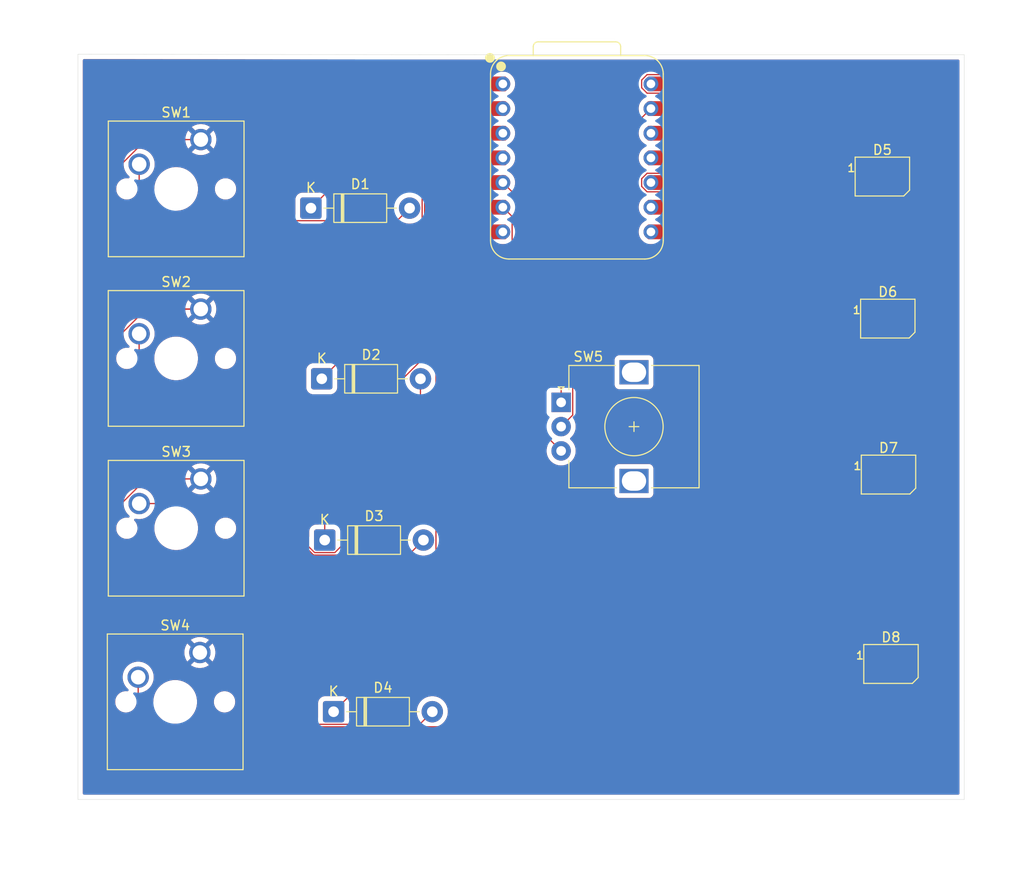
<source format=kicad_pcb>
(kicad_pcb (version 20241229) (generator "pcbnew") (generator_version "9.0")
  (layers (0 "F.Cu" signal "Front") (4 "In1.Cu" signal) (6 "In2.Cu" signal) (2 "B.Cu" signal "Back") (13 "F.Paste" user) (15 "B.Paste" user) (5 "F.SilkS" user "F.Silkscreen") (7 "B.SilkS" user "B.Silkscreen") (1 "F.Mask" user) (3 "B.Mask" user) (25 "Edge.Cuts" user))
  (net 0 "")
  (net 1 "Net-(D1-A)")
  (net 2 "Net-(D1-K)")
  (net 3 "Net-(D2-A)")
  (net 4 "Net-(D2-K)")
  (net 5 "Net-(D3-A)")
  (net 6 "Net-(D3-K)")
  (net 7 "Net-(D4-A)")
  (net 8 "Net-(D4-K)")
  (net 9 "Net-(D5-DOUT)")
  (net 10 "GND")
  (net 11 "Net-(D5-DIN)")
  (net 12 "+5V")
  (net 13 "Net-(D6-DOUT)")
  (net 14 "Net-(D7-DOUT)")
  (net 16 "Net-(U1-GND)")
  (net 17 "Net-(U1-GPIO7{slash}SCL)")
  (net 18 "Net-(U1-GPIO6{slash}SDA)")
  (footprint "Diode_THT:D_DO-41_SOD81_P10.16mm_Horizontal" (layer "F.Cu") (at 153.8732 79.0956)
    (property "Reference" "D2" (at 5.08 -2.47 0) (layer "F.SilkS"))
    (property "Value" "1N4148")
    (fp_line (start 1.34 0) (end 2.36 0) (stroke (width 0.12)) (layer "F.SilkS"))
    (fp_line (start 3.14 -1.47) (end 3.14 1.47) (stroke (width 0.12)) (layer "F.SilkS"))
    (fp_line (start 3.26 -1.47) (end 3.26 1.47) (stroke (width 0.12)) (layer "F.SilkS"))
    (fp_line (start 3.38 -1.47) (end 3.38 1.47) (stroke (width 0.12)) (layer "F.SilkS"))
    (fp_line (start 8.82 0) (end 7.8 0) (stroke (width 0.12)) (layer "F.SilkS"))
    (fp_rect (start 2.36 -1.47) (end 7.8 1.47) (stroke (width 0.12)) (fill no) (layer "F.SilkS"))
    (fp_text user "K" (at 0 -2.1 0) (layer "F.SilkS"))
    (pad "1" thru_hole roundrect (at 0 0) (size 2.2 2.2) (drill 1.1) (layers "*.Cu" "*.Mask") (roundrect_rratio 0.113636) (net 4 "Net-(D2-K)"))
    (pad "2" thru_hole circle (at 10.16 0) (size 2.2 2.2) (drill 1.1) (layers "*.Cu" "*.Mask") (net 3 "Net-(D2-A)"))
  )
  (footprint "LED_SMD:LED_SK6812MINI_PLCC4_3.5x3.5mm_P1.75mm" (layer "F.Cu") (at 212.4684 108.4694)
    (property "Reference" "D8" (at 0 -2.75 0) (layer "F.SilkS"))
    (property "Value" "SK6812MINI")
    (fp_line (start -2.8 -2) (end -2.8 2) (stroke (width 0.12)) (layer "F.SilkS"))
    (fp_line (start -2.8 -2) (end 2.8 -2) (stroke (width 0.12)) (layer "F.SilkS"))
    (fp_line (start -2.8 2) (end 2.2 2) (stroke (width 0.12)) (layer "F.SilkS"))
    (fp_line (start 2.8 1.4) (end 2.2 2) (stroke (width 0.12)) (layer "F.SilkS"))
    (fp_line (start 2.8 1.4) (end 2.8 -2) (stroke (width 0.12)) (layer "F.SilkS"))
    (fp_text user "1" (at -3.2 -0.875 0) (layer "F.SilkS") (effects (font (size 0.8 0.8))))
    (pad "1" smd rect (at -1.75 -0.875) (size 1.6 0.85) (layers "F.Cu" "F.Mask" "F.Paste"))
    (pad "2" smd rect (at -1.75 0.875) (size 1.6 0.85) (layers "F.Cu" "F.Mask" "F.Paste") (net 10 "GND"))
    (pad "3" smd rect (at 1.75 0.875) (size 1.6 0.85) (layers "F.Cu" "F.Mask" "F.Paste") (net 14 "Net-(D7-DOUT)"))
    (pad "4" smd rect (at 1.75 -0.875) (size 1.6 0.85) (layers "F.Cu" "F.Mask" "F.Paste") (net 12 "+5V"))
  )
  (footprint "Diode_THT:D_DO-41_SOD81_P10.16mm_Horizontal" (layer "F.Cu") (at 152.7556 61.5188)
    (property "Reference" "D1" (at 5.08 -2.47 0) (layer "F.SilkS"))
    (property "Value" "1N4148")
    (fp_line (start 1.34 0) (end 2.36 0) (stroke (width 0.12)) (layer "F.SilkS"))
    (fp_line (start 3.14 -1.47) (end 3.14 1.47) (stroke (width 0.12)) (layer "F.SilkS"))
    (fp_line (start 3.26 -1.47) (end 3.26 1.47) (stroke (width 0.12)) (layer "F.SilkS"))
    (fp_line (start 3.38 -1.47) (end 3.38 1.47) (stroke (width 0.12)) (layer "F.SilkS"))
    (fp_line (start 8.82 0) (end 7.8 0) (stroke (width 0.12)) (layer "F.SilkS"))
    (fp_rect (start 2.36 -1.47) (end 7.8 1.47) (stroke (width 0.12)) (fill no) (layer "F.SilkS"))
    (fp_text user "K" (at 0 -2.1 0) (layer "F.SilkS"))
    (pad "1" thru_hole roundrect (at 0 0) (size 2.2 2.2) (drill 1.1) (layers "*.Cu" "*.Mask") (roundrect_rratio 0.113636) (net 2 "Net-(D1-K)"))
    (pad "2" thru_hole circle (at 10.16 0) (size 2.2 2.2) (drill 1.1) (layers "*.Cu" "*.Mask") (net 1 "Net-(D1-A)"))
  )
  (footprint "Button_Switch_Keyboard:SW_Cherry_MX_1.00u_PCB" (layer "F.Cu") (at 141.4272 54.4576)
    (property "Reference" "SW1" (at -2.54 -2.794 0) (layer "F.SilkS"))
    (property "Value" "SW_Push")
    (fp_line (start -9.525 -1.905) (end 4.445 -1.905) (stroke (width 0.12)) (layer "F.SilkS"))
    (fp_line (start -9.525 12.065) (end -9.525 -1.905) (stroke (width 0.12)) (layer "F.SilkS"))
    (fp_line (start 4.445 -1.905) (end 4.445 12.065) (stroke (width 0.12)) (layer "F.SilkS"))
    (fp_line (start 4.445 12.065) (end -9.525 12.065) (stroke (width 0.12)) (layer "F.SilkS"))
    (pad "" np_thru_hole circle (at -7.62 5.08) (size 1.7 1.7) (drill 1.7) (layers "*.Cu" "*.Mask"))
    (pad "" np_thru_hole circle (at -2.54 5.08) (size 4 4) (drill 4) (layers "*.Cu" "*.Mask"))
    (pad "" np_thru_hole circle (at 2.54 5.08) (size 1.7 1.7) (drill 1.7) (layers "*.Cu" "*.Mask"))
    (pad "1" thru_hole circle (at 0 0) (size 2.2 2.2) (drill 1.5) (layers "*.Cu" "*.Mask") (net 10 "GND"))
    (pad "2" thru_hole circle (at -6.35 2.54) (size 2.2 2.2) (drill 1.5) (layers "*.Cu" "*.Mask") (net 1 "Net-(D1-A)"))
  )
  (footprint "Button_Switch_Keyboard:SW_Cherry_MX_1.00u_PCB" (layer "F.Cu") (at 141.3256 107.2896)
    (property "Reference" "SW4" (at -2.54 -2.794 0) (layer "F.SilkS"))
    (property "Value" "SW_Push")
    (fp_line (start -9.525 -1.905) (end 4.445 -1.905) (stroke (width 0.12)) (layer "F.SilkS"))
    (fp_line (start -9.525 12.065) (end -9.525 -1.905) (stroke (width 0.12)) (layer "F.SilkS"))
    (fp_line (start 4.445 -1.905) (end 4.445 12.065) (stroke (width 0.12)) (layer "F.SilkS"))
    (fp_line (start 4.445 12.065) (end -9.525 12.065) (stroke (width 0.12)) (layer "F.SilkS"))
    (pad "" np_thru_hole circle (at -7.62 5.08) (size 1.7 1.7) (drill 1.7) (layers "*.Cu" "*.Mask"))
    (pad "" np_thru_hole circle (at -2.54 5.08) (size 4 4) (drill 4) (layers "*.Cu" "*.Mask"))
    (pad "" np_thru_hole circle (at 2.54 5.08) (size 1.7 1.7) (drill 1.7) (layers "*.Cu" "*.Mask"))
    (pad "1" thru_hole circle (at 0 0) (size 2.2 2.2) (drill 1.5) (layers "*.Cu" "*.Mask") (net 10 "GND"))
    (pad "2" thru_hole circle (at -6.35 2.54) (size 2.2 2.2) (drill 1.5) (layers "*.Cu" "*.Mask") (net 7 "Net-(D4-A)"))
  )
  (footprint "Button_Switch_Keyboard:SW_Cherry_MX_1.00u_PCB" (layer "F.Cu") (at 141.422 71.9168)
    (property "Reference" "SW2" (at -2.54 -2.794 0) (layer "F.SilkS"))
    (property "Value" "SW_Push")
    (fp_line (start -9.525 -1.905) (end 4.445 -1.905) (stroke (width 0.12)) (layer "F.SilkS"))
    (fp_line (start -9.525 12.065) (end -9.525 -1.905) (stroke (width 0.12)) (layer "F.SilkS"))
    (fp_line (start 4.445 -1.905) (end 4.445 12.065) (stroke (width 0.12)) (layer "F.SilkS"))
    (fp_line (start 4.445 12.065) (end -9.525 12.065) (stroke (width 0.12)) (layer "F.SilkS"))
    (pad "" np_thru_hole circle (at -7.62 5.08) (size 1.7 1.7) (drill 1.7) (layers "*.Cu" "*.Mask"))
    (pad "" np_thru_hole circle (at -2.54 5.08) (size 4 4) (drill 4) (layers "*.Cu" "*.Mask"))
    (pad "" np_thru_hole circle (at 2.54 5.08) (size 1.7 1.7) (drill 1.7) (layers "*.Cu" "*.Mask"))
    (pad "1" thru_hole circle (at 0 0) (size 2.2 2.2) (drill 1.5) (layers "*.Cu" "*.Mask") (net 10 "GND"))
    (pad "2" thru_hole circle (at -6.35 2.54) (size 2.2 2.2) (drill 1.5) (layers "*.Cu" "*.Mask") (net 3 "Net-(D2-A)"))
  )
  (footprint "LED_SMD:LED_SK6812MINI_PLCC4_3.5x3.5mm_P1.75mm" (layer "F.Cu") (at 212.2144 88.9622)
    (property "Reference" "D7" (at 0 -2.75 0) (layer "F.SilkS"))
    (property "Value" "SK6812MINI")
    (fp_line (start -2.8 -2) (end -2.8 2) (stroke (width 0.12)) (layer "F.SilkS"))
    (fp_line (start -2.8 -2) (end 2.8 -2) (stroke (width 0.12)) (layer "F.SilkS"))
    (fp_line (start -2.8 2) (end 2.2 2) (stroke (width 0.12)) (layer "F.SilkS"))
    (fp_line (start 2.8 1.4) (end 2.2 2) (stroke (width 0.12)) (layer "F.SilkS"))
    (fp_line (start 2.8 1.4) (end 2.8 -2) (stroke (width 0.12)) (layer "F.SilkS"))
    (fp_text user "1" (at -3.2 -0.875 0) (layer "F.SilkS") (effects (font (size 0.8 0.8))))
    (pad "1" smd rect (at -1.75 -0.875) (size 1.6 0.85) (layers "F.Cu" "F.Mask" "F.Paste") (net 14 "Net-(D7-DOUT)"))
    (pad "2" smd rect (at -1.75 0.875) (size 1.6 0.85) (layers "F.Cu" "F.Mask" "F.Paste") (net 10 "GND"))
    (pad "3" smd rect (at 1.75 0.875) (size 1.6 0.85) (layers "F.Cu" "F.Mask" "F.Paste") (net 13 "Net-(D6-DOUT)"))
    (pad "4" smd rect (at 1.75 -0.875) (size 1.6 0.85) (layers "F.Cu" "F.Mask" "F.Paste") (net 12 "+5V"))
  )
  (footprint "Rotary_Encoder:RotaryEncoder_Alps_EC12E_Vertical_H20mm" (layer "F.Cu") (at 178.5144 81.5232)
    (property "Reference" "SW5" (at 2.8 -4.7 0) (layer "F.SilkS"))
    (property "Value" "RotaryEncoder")
    (fp_line (start -0.3 -1.6) (end 0.3 -1.6) (stroke (width 0.12)) (layer "F.SilkS"))
    (fp_line (start 0 -1.3) (end -0.3 -1.6) (stroke (width 0.12)) (layer "F.SilkS"))
    (fp_line (start 0.3 -1.6) (end 0 -1.3) (stroke (width 0.12)) (layer "F.SilkS"))
    (fp_line (start 0.8 -3.8) (end 0.8 -1.3) (stroke (width 0.12)) (layer "F.SilkS"))
    (fp_line (start 0.8 8.8) (end 0.8 6) (stroke (width 0.12)) (layer "F.SilkS"))
    (fp_line (start 5.6 -3.8) (end 0.8 -3.8) (stroke (width 0.12)) (layer "F.SilkS"))
    (fp_line (start 5.7 8.8) (end 0.8 8.8) (stroke (width 0.12)) (layer "F.SilkS"))
    (fp_line (start 7 2.5) (end 8 2.5) (stroke (width 0.12)) (layer "F.SilkS"))
    (fp_line (start 7.5 2) (end 7.5 3) (stroke (width 0.12)) (layer "F.SilkS"))
    (fp_line (start 9.3 -3.8) (end 14.2 -3.8) (stroke (width 0.12)) (layer "F.SilkS"))
    (fp_line (start 14.2 -3.8) (end 14.2 8.8) (stroke (width 0.12)) (layer "F.SilkS"))
    (fp_line (start 14.2 8.8) (end 9.3 8.8) (stroke (width 0.12)) (layer "F.SilkS"))
    (fp_circle (center 7.5 2.5) (end 10.5 2.5) (stroke (width 0.12)) (fill no) (layer "F.SilkS"))
    (pad "A" thru_hole rect (at 0 0) (size 2 2) (drill 1) (layers "*.Cu" "*.Mask") (net 18 "Net-(U1-GPIO6{slash}SDA)"))
    (pad "B" thru_hole circle (at 0 5) (size 2 2) (drill 1) (layers "*.Cu" "*.Mask") (net 17 "Net-(U1-GPIO7{slash}SCL)"))
    (pad "C" thru_hole circle (at 0 2.5) (size 2 2) (drill 1) (layers "*.Cu" "*.Mask") (net 16 "Net-(U1-GND)"))
    (pad "MP" thru_hole rect (at 7.5 -3.1) (size 3 2.5) (drill oval 2.5 2) (layers "*.Cu" "*.Mask"))
    (pad "MP" thru_hole rect (at 7.5 8.1) (size 3 2.5) (drill oval 2.5 2) (layers "*.Cu" "*.Mask"))
  )
  (footprint "Button_Switch_Keyboard:SW_Cherry_MX_1.00u_PCB" (layer "F.Cu") (at 141.4272 89.408)
    (property "Reference" "SW3" (at -2.54 -2.794 0) (layer "F.SilkS"))
    (property "Value" "SW_Push")
    (fp_line (start -9.525 -1.905) (end 4.445 -1.905) (stroke (width 0.12)) (layer "F.SilkS"))
    (fp_line (start -9.525 12.065) (end -9.525 -1.905) (stroke (width 0.12)) (layer "F.SilkS"))
    (fp_line (start 4.445 -1.905) (end 4.445 12.065) (stroke (width 0.12)) (layer "F.SilkS"))
    (fp_line (start 4.445 12.065) (end -9.525 12.065) (stroke (width 0.12)) (layer "F.SilkS"))
    (pad "" np_thru_hole circle (at -7.62 5.08) (size 1.7 1.7) (drill 1.7) (layers "*.Cu" "*.Mask"))
    (pad "" np_thru_hole circle (at -2.54 5.08) (size 4 4) (drill 4) (layers "*.Cu" "*.Mask"))
    (pad "" np_thru_hole circle (at 2.54 5.08) (size 1.7 1.7) (drill 1.7) (layers "*.Cu" "*.Mask"))
    (pad "1" thru_hole circle (at 0 0) (size 2.2 2.2) (drill 1.5) (layers "*.Cu" "*.Mask") (net 10 "GND"))
    (pad "2" thru_hole circle (at -6.35 2.54) (size 2.2 2.2) (drill 1.5) (layers "*.Cu" "*.Mask") (net 5 "Net-(D3-A)"))
  )
  (footprint "LED_SMD:LED_SK6812MINI_PLCC4_3.5x3.5mm_P1.75mm" (layer "F.Cu") (at 212.1408 72.898)
    (property "Reference" "D6" (at 0 -2.75 0) (layer "F.SilkS"))
    (property "Value" "SK6812MINI")
    (fp_line (start -2.8 -2) (end -2.8 2) (stroke (width 0.12)) (layer "F.SilkS"))
    (fp_line (start -2.8 -2) (end 2.8 -2) (stroke (width 0.12)) (layer "F.SilkS"))
    (fp_line (start -2.8 2) (end 2.2 2) (stroke (width 0.12)) (layer "F.SilkS"))
    (fp_line (start 2.8 1.4) (end 2.2 2) (stroke (width 0.12)) (layer "F.SilkS"))
    (fp_line (start 2.8 1.4) (end 2.8 -2) (stroke (width 0.12)) (layer "F.SilkS"))
    (fp_text user "1" (at -3.2 -0.875 0) (layer "F.SilkS") (effects (font (size 0.8 0.8))))
    (pad "1" smd rect (at -1.75 -0.875) (size 1.6 0.85) (layers "F.Cu" "F.Mask" "F.Paste") (net 13 "Net-(D6-DOUT)"))
    (pad "2" smd rect (at -1.75 0.875) (size 1.6 0.85) (layers "F.Cu" "F.Mask" "F.Paste") (net 10 "GND"))
    (pad "3" smd rect (at 1.75 0.875) (size 1.6 0.85) (layers "F.Cu" "F.Mask" "F.Paste") (net 9 "Net-(D5-DOUT)"))
    (pad "4" smd rect (at 1.75 -0.875) (size 1.6 0.85) (layers "F.Cu" "F.Mask" "F.Paste") (net 12 "+5V"))
  )
  (footprint "LED_SMD:LED_SK6812MINI_PLCC4_3.5x3.5mm_P1.75mm" (layer "F.Cu") (at 211.582 58.2676)
    (property "Reference" "D5" (at 0 -2.75 0) (layer "F.SilkS"))
    (property "Value" "SK6812MINI")
    (fp_line (start -2.8 -2) (end -2.8 2) (stroke (width 0.12)) (layer "F.SilkS"))
    (fp_line (start -2.8 -2) (end 2.8 -2) (stroke (width 0.12)) (layer "F.SilkS"))
    (fp_line (start -2.8 2) (end 2.2 2) (stroke (width 0.12)) (layer "F.SilkS"))
    (fp_line (start 2.8 1.4) (end 2.2 2) (stroke (width 0.12)) (layer "F.SilkS"))
    (fp_line (start 2.8 1.4) (end 2.8 -2) (stroke (width 0.12)) (layer "F.SilkS"))
    (fp_text user "1" (at -3.2 -0.875 0) (layer "F.SilkS") (effects (font (size 0.8 0.8))))
    (pad "1" smd rect (at -1.75 -0.875) (size 1.6 0.85) (layers "F.Cu" "F.Mask" "F.Paste") (net 9 "Net-(D5-DOUT)"))
    (pad "2" smd rect (at -1.75 0.875) (size 1.6 0.85) (layers "F.Cu" "F.Mask" "F.Paste") (net 10 "GND"))
    (pad "3" smd rect (at 1.75 0.875) (size 1.6 0.85) (layers "F.Cu" "F.Mask" "F.Paste") (net 11 "Net-(D5-DIN)"))
    (pad "4" smd rect (at 1.75 -0.875) (size 1.6 0.85) (layers "F.Cu" "F.Mask" "F.Paste") (net 12 "+5V"))
  )
  (footprint "Diode_THT:D_DO-41_SOD81_P10.16mm_Horizontal" (layer "F.Cu") (at 155.0924 113.3856)
    (property "Reference" "D4" (at 5.08 -2.47 0) (layer "F.SilkS"))
    (property "Value" "1N4148")
    (fp_line (start 1.34 0) (end 2.36 0) (stroke (width 0.12)) (layer "F.SilkS"))
    (fp_line (start 3.14 -1.47) (end 3.14 1.47) (stroke (width 0.12)) (layer "F.SilkS"))
    (fp_line (start 3.26 -1.47) (end 3.26 1.47) (stroke (width 0.12)) (layer "F.SilkS"))
    (fp_line (start 3.38 -1.47) (end 3.38 1.47) (stroke (width 0.12)) (layer "F.SilkS"))
    (fp_line (start 8.82 0) (end 7.8 0) (stroke (width 0.12)) (layer "F.SilkS"))
    (fp_rect (start 2.36 -1.47) (end 7.8 1.47) (stroke (width 0.12)) (fill no) (layer "F.SilkS"))
    (fp_text user "K" (at 0 -2.1 0) (layer "F.SilkS"))
    (pad "1" thru_hole roundrect (at 0 0) (size 2.2 2.2) (drill 1.1) (layers "*.Cu" "*.Mask") (roundrect_rratio 0.113636) (net 8 "Net-(D4-K)"))
    (pad "2" thru_hole circle (at 10.16 0) (size 2.2 2.2) (drill 1.1) (layers "*.Cu" "*.Mask") (net 7 "Net-(D4-A)"))
  )
  (footprint "Diode_THT:D_DO-41_SOD81_P10.16mm_Horizontal" (layer "F.Cu") (at 154.178 95.7072)
    (property "Reference" "D3" (at 5.08 -2.47 0) (layer "F.SilkS"))
    (property "Value" "1N4148")
    (fp_line (start 1.34 0) (end 2.36 0) (stroke (width 0.12)) (layer "F.SilkS"))
    (fp_line (start 3.14 -1.47) (end 3.14 1.47) (stroke (width 0.12)) (layer "F.SilkS"))
    (fp_line (start 3.26 -1.47) (end 3.26 1.47) (stroke (width 0.12)) (layer "F.SilkS"))
    (fp_line (start 3.38 -1.47) (end 3.38 1.47) (stroke (width 0.12)) (layer "F.SilkS"))
    (fp_line (start 8.82 0) (end 7.8 0) (stroke (width 0.12)) (layer "F.SilkS"))
    (fp_rect (start 2.36 -1.47) (end 7.8 1.47) (stroke (width 0.12)) (fill no) (layer "F.SilkS"))
    (fp_text user "K" (at 0 -2.1 0) (layer "F.SilkS"))
    (pad "1" thru_hole roundrect (at 0 0) (size 2.2 2.2) (drill 1.1) (layers "*.Cu" "*.Mask") (roundrect_rratio 0.113636) (net 6 "Net-(D3-K)"))
    (pad "2" thru_hole circle (at 10.16 0) (size 2.2 2.2) (drill 1.1) (layers "*.Cu" "*.Mask") (net 5 "Net-(D3-A)"))
  )
  (footprint "OPL:XIAO-RP2040-DIP" (layer "F.Cu") (at 180.1368 56.3437)
    (property "Reference" "U1" (hide yes))
    (property "Value" "XIAO-RP2040-DIP")
    (fp_line (start -8.89 8.509) (end -8.89 -8.636) (stroke (width 0.127)) (layer "F.SilkS"))
    (fp_line (start -6.985 10.414) (end 6.985 10.414) (stroke (width 0.127)) (layer "F.SilkS"))
    (fp_line (start -4.495 -10.541) (end -4.491272 -11.451272) (stroke (width 0.127)) (layer "F.SilkS"))
    (fp_line (start -3.991272 -11.951) (end 4.004 -11.951) (stroke (width 0.127)) (layer "F.SilkS"))
    (fp_line (start 4.504 -11.451) (end 4.504 -10.541) (stroke (width 0.127)) (layer "F.SilkS"))
    (fp_line (start 6.985 -10.541) (end -6.985 -10.541) (stroke (width 0.1)) (layer "F.SilkS"))
    (fp_line (start 6.985 -10.541) (end -6.985 -10.541) (stroke (width 0.127)) (layer "F.SilkS"))
    (fp_line (start 8.89 8.509) (end 8.89 -8.636) (stroke (width 0.127)) (layer "F.SilkS"))
    (fp_arc (start -8.89 -8.636) (mid -8.332038 -9.983038) (end -6.985 -10.541) (stroke (width 0.127)) (layer "F.SilkS"))
    (fp_arc (start -6.985 10.414) (mid -8.332038 9.856038) (end -8.89 8.509) (stroke (width 0.127)) (layer "F.SilkS"))
    (fp_arc (start -4.491272 -11.451272) (mid -4.344728 -11.80464) (end -3.991272 -11.951) (stroke (width 0.127)) (layer "F.SilkS"))
    (fp_arc (start 4.004 -11.951) (mid 4.357553 -11.804553) (end 4.504 -11.451) (stroke (width 0.127)) (layer "F.SilkS"))
    (fp_arc (start 6.985 -10.541) (mid 8.332038 -9.983038) (end 8.89 -8.636) (stroke (width 0.127)) (layer "F.SilkS"))
    (fp_arc (start 8.89 8.509) (mid 8.332038 9.856038) (end 6.985 10.414) (stroke (width 0.127)) (layer "F.SilkS"))
    (fp_circle (center -8.95 -10.3) (end -8.95 -10.554) (stroke (width 0.5)) (fill yes) (layer "F.SilkS"))
    (fp_circle (center -7.807 -9.42) (end -7.807 -9.674) (stroke (width 0.5)) (fill yes) (layer "F.SilkS"))
    (pad "1" smd roundrect (at -8.455 -7.62 180) (size 2.432 1.524) (layers "F.Cu" "F.Mask") (roundrect_rratio 0.1) (net 2 "Net-(D1-K)"))
    (pad "1" thru_hole circle (at -7.62 -7.62 180) (size 1.524 1.524) (drill 0.889) (layers "*.Cu" "*.Mask") (net 2 "Net-(D1-K)"))
    (pad "2" smd roundrect (at -8.455 -5.08 180) (size 2.432 1.524) (layers "F.Cu" "F.Mask") (roundrect_rratio 0.1) (net 4 "Net-(D2-K)"))
    (pad "2" thru_hole circle (at -7.62 -5.08 180) (size 1.524 1.524) (drill 0.889) (layers "*.Cu" "*.Mask") (net 4 "Net-(D2-K)"))
    (pad "3" smd roundrect (at -8.455 -2.54 180) (size 2.432 1.524) (layers "F.Cu" "F.Mask") (roundrect_rratio 0.1) (net 6 "Net-(D3-K)"))
    (pad "3" thru_hole circle (at -7.62 -2.54 180) (size 1.524 1.524) (drill 0.889) (layers "*.Cu" "*.Mask") (net 6 "Net-(D3-K)"))
    (pad "4" smd roundrect (at -8.455 0 180) (size 2.432 1.524) (layers "F.Cu" "F.Mask") (roundrect_rratio 0.1) (net 8 "Net-(D4-K)"))
    (pad "4" thru_hole circle (at -7.62 0 180) (size 1.524 1.524) (drill 0.889) (layers "*.Cu" "*.Mask") (net 8 "Net-(D4-K)"))
    (pad "5" smd roundrect (at -8.455 2.54 180) (size 2.432 1.524) (layers "F.Cu" "F.Mask") (roundrect_rratio 0.1) (net 18 "Net-(U1-GPIO6{slash}SDA)"))
    (pad "5" thru_hole circle (at -7.62 2.54 180) (size 1.524 1.524) (drill 0.889) (layers "*.Cu" "*.Mask") (net 18 "Net-(U1-GPIO6{slash}SDA)"))
    (pad "6" smd roundrect (at -8.455 5.08 180) (size 2.432 1.524) (layers "F.Cu" "F.Mask") (roundrect_rratio 0.1) (net 17 "Net-(U1-GPIO7{slash}SCL)"))
    (pad "6" thru_hole circle (at -7.62 5.08 180) (size 1.524 1.524) (drill 0.889) (layers "*.Cu" "*.Mask") (net 17 "Net-(U1-GPIO7{slash}SCL)"))
    (pad "7" smd roundrect (at -8.455 7.62 180) (size 2.432 1.524) (layers "F.Cu" "F.Mask") (roundrect_rratio 0.1))
    (pad "7" thru_hole circle (at -7.62 7.62 180) (size 1.524 1.524) (drill 0.889) (layers "*.Cu" "*.Mask"))
    (pad "8" thru_hole circle (at 7.62 7.62) (size 1.524 1.524) (drill 0.889) (layers "*.Cu" "*.Mask"))
    (pad "8" smd roundrect (at 8.455 7.62) (size 2.432 1.524) (layers "F.Cu" "F.Mask") (roundrect_rratio 0.1))
    (pad "9" thru_hole circle (at 7.62 5.08) (size 1.524 1.524) (drill 0.889) (layers "*.Cu" "*.Mask"))
    (pad "9" smd roundrect (at 8.455 5.08) (size 2.432 1.524) (layers "F.Cu" "F.Mask") (roundrect_rratio 0.1))
    (pad "10" thru_hole circle (at 7.62 2.54) (size 1.524 1.524) (drill 0.889) (layers "*.Cu" "*.Mask") (net 11 "Net-(D5-DIN)"))
    (pad "10" smd roundrect (at 8.455 2.54) (size 2.432 1.524) (layers "F.Cu" "F.Mask") (roundrect_rratio 0.1) (net 11 "Net-(D5-DIN)"))
    (pad "11" thru_hole circle (at 7.62 0) (size 1.524 1.524) (drill 0.889) (layers "*.Cu" "*.Mask"))
    (pad "11" smd roundrect (at 8.455 0) (size 2.432 1.524) (layers "F.Cu" "F.Mask") (roundrect_rratio 0.1))
    (pad "12" thru_hole circle (at 7.62 -2.54) (size 1.524 1.524) (drill 0.889) (layers "*.Cu" "*.Mask"))
    (pad "12" smd roundrect (at 8.455 -2.54) (size 2.432 1.524) (layers "F.Cu" "F.Mask") (roundrect_rratio 0.1))
    (pad "13" thru_hole circle (at 7.62 -5.08) (size 1.524 1.524) (drill 0.889) (layers "*.Cu" "*.Mask") (net 16 "Net-(U1-GND)"))
    (pad "13" smd roundrect (at 8.455 -5.08) (size 2.432 1.524) (layers "F.Cu" "F.Mask") (roundrect_rratio 0.1) (net 16 "Net-(U1-GND)"))
    (pad "14" thru_hole circle (at 7.62 -7.62) (size 1.524 1.524) (drill 0.889) (layers "*.Cu" "*.Mask") (net 12 "+5V"))
    (pad "14" smd roundrect (at 8.455 -7.62) (size 2.432 1.524) (layers "F.Cu" "F.Mask") (roundrect_rratio 0.1) (net 12 "+5V"))
  )
  (gr_line (start 128.778 45.6692) (end 170.5356 45.72) (stroke (width 0.0381)) (layer "Edge.Cuts"))
  (gr_line (start 170.5356 45.72) (end 220.0148 45.72) (stroke (width 0.0381)) (layer "Edge.Cuts"))
  (gr_line (start 220.0148 114.3508) (end 220.0148 122.428) (stroke (width 0.0381)) (layer "Edge.Cuts"))
  (gr_line (start 128.778 122.428) (end 128.778 45.6692) (stroke (width 0.0381)) (layer "Edge.Cuts"))
  (gr_line (start 220.0148 45.72) (end 220.0148 114.3508) (stroke (width 0.0381)) (layer "Edge.Cuts"))
  (gr_line (start 220.0148 122.428) (end 128.778 122.428) (stroke (width 0.0381)) (layer "Edge.Cuts"))
  (segment (start 135.0772 59.000797) (end 135.0772 56.9976) (width 0.127) (layer "F.Cu") (net 1))
  (segment (start 138.886703 62.8103) (end 135.0772 59.000797) (width 0.127) (layer "F.Cu") (net 1))
  (segment (start 162.9156 61.5188) (end 161.6241 62.8103) (width 0.127) (layer "F.Cu") (net 1))
  (segment (start 161.6241 62.8103) (end 138.886703 62.8103) (width 0.127) (layer "F.Cu") (net 1))
  (segment (start 172.5168 48.7237) (end 165.5507 48.7237) (width 0.127) (layer "F.Cu") (net 2))
  (segment (start 165.5507 48.7237) (end 152.7556 61.5188) (width 0.127) (layer "F.Cu") (net 2))
  (segment (start 164.0332 88.183302) (end 164.0332 79.0956) (width 0.127) (layer "F.Cu") (net 3))
  (segment (start 153.138198 96.9987) (end 155.217802 96.9987) (width 0.127) (layer "F.Cu") (net 3))
  (segment (start 155.217802 96.9987) (end 164.0332 88.183302) (width 0.127) (layer "F.Cu") (net 3))
  (segment (start 135.072 78.932502) (end 153.138198 96.9987) (width 0.127) (layer "F.Cu") (net 3))
  (segment (start 135.072 74.4568) (end 135.072 78.932502) (width 0.127) (layer "F.Cu") (net 3))
  (segment (start 171.43917 51.2637) (end 164.2071 58.49577) (width 0.127) (layer "F.Cu") (net 4))
  (segment (start 164.2071 58.49577) (end 164.2071 68.7617) (width 0.127) (layer "F.Cu") (net 4))
  (segment (start 164.2071 68.7617) (end 153.8732 79.0956) (width 0.127) (layer "F.Cu") (net 4))
  (segment (start 172.5168 51.2637) (end 171.43917 51.2637) (width 0.127) (layer "F.Cu") (net 4))
  (segment (start 135.0772 91.948) (end 147.726874 91.948) (width 0.127) (layer "F.Cu") (net 5))
  (segment (start 153.032574 97.2537) (end 162.7915 97.2537) (width 0.127) (layer "F.Cu") (net 5))
  (segment (start 162.7915 97.2537) (end 164.338 95.7072) (width 0.127) (layer "F.Cu") (net 5))
  (segment (start 147.726874 91.948) (end 153.032574 97.2537) (width 0.127) (layer "F.Cu") (net 5))
  (segment (start 164.4621 76.840243) (end 154.178 87.124343) (width 0.127) (layer "F.Cu") (net 6))
  (segment (start 154.178 87.124343) (end 154.178 95.7072) (width 0.127) (layer "F.Cu") (net 6))
  (segment (start 164.4621 61.0234) (end 164.4621 76.840243) (width 0.127) (layer "F.Cu") (net 6))
  (segment (start 171.6818 53.8037) (end 164.4621 61.0234) (width 0.127) (layer "F.Cu") (net 6))
  (segment (start 134.9756 109.8296) (end 134.9756 111.832797) (width 0.127) (layer "F.Cu") (net 7))
  (segment (start 163.9539 114.6841) (end 165.2524 113.3856) (width 0.127) (layer "F.Cu") (net 7))
  (segment (start 134.9756 111.832797) (end 137.826903 114.6841) (width 0.127) (layer "F.Cu") (net 7))
  (segment (start 137.826903 114.6841) (end 163.9539 114.6841) (width 0.127) (layer "F.Cu") (net 7))
  (segment (start 172.5168 56.3437) (end 171.43917 56.3437) (width 0.127) (layer "F.Cu") (net 8))
  (segment (start 165.6295 102.8485) (end 155.0924 113.3856) (width 0.127) (layer "F.Cu") (net 8))
  (segment (start 171.43917 56.3437) (end 165.6295 62.15337) (width 0.127) (layer "F.Cu") (net 8))
  (segment (start 165.6295 62.15337) (end 165.6295 102.8485) (width 0.127) (layer "F.Cu") (net 8))
  (segment (start 186.8033 59.278653) (end 186.8033 58.488747) (width 0.127) (layer "F.Cu") (net 9))
  (segment (start 186.8033 58.488747) (end 187.361847 57.9302) (width 0.127) (layer "F.Cu") (net 9))
  (segment (start 187.361847 49.6772) (end 186.8033 49.118653) (width 0.127) (layer "F.Cu") (net 9))
  (segment (start 214.8823 72.7815) (end 213.8908 73.773) (width 0.127) (layer "F.Cu") (net 9))
  (segment (start 189.9993 57.358206) (end 189.9993 49.87443) (width 0.127) (layer "F.Cu") (net 9))
  (segment (start 186.8033 48.328747) (end 187.361847 47.7702) (width 0.127) (layer "F.Cu") (net 9))
  (segment (start 189.427306 57.9302) (end 189.9993 57.358206) (width 0.127) (layer "F.Cu") (net 9))
  (segment (start 187.361847 57.9302) (end 189.427306 57.9302) (width 0.127) (layer "F.Cu") (net 9))
  (segment (start 189.80207 49.6772) (end 187.361847 49.6772) (width 0.127) (layer "F.Cu") (net 9))
  (segment (start 187.361847 47.7702) (end 205.3176 47.7702) (width 0.127) (layer "F.Cu") (net 9))
  (segment (start 187.361847 59.8372) (end 186.8033 59.278653) (width 0.127) (layer "F.Cu") (net 9))
  (segment (start 186.8033 49.118653) (end 186.8033 48.328747) (width 0.127) (layer "F.Cu") (net 9))
  (segment (start 189.9993 49.87443) (end 189.80207 49.6772) (width 0.127) (layer "F.Cu") (net 9))
  (segment (start 214.8823 57.3349) (end 214.8823 72.7815) (width 0.127) (layer "F.Cu") (net 9))
  (segment (start 205.3176 47.7702) (end 214.8823 57.3349) (width 0.127) (layer "F.Cu") (net 9))
  (segment (start 209.832 57.3926) (end 207.3874 59.8372) (width 0.127) (layer "F.Cu") (net 9))
  (segment (start 207.3874 59.8372) (end 187.361847 59.8372) (width 0.127) (layer "F.Cu") (net 9))
  (segment (start 132.6375 80.6183) (end 141.4272 89.408) (width 0.127) (layer "F.Cu") (net 10))
  (segment (start 132.5411 112.851952) (end 132.5411 75.161243) (width 0.127) (layer "F.Cu") (net 10))
  (segment (start 210.3908 73.773) (end 169.224701 114.939099) (width 0.127) (layer "F.Cu") (net 10))
  (segment (start 209.1944 74.9694) (end 209.1944 85.285824) (width 0.127) (layer "F.Cu") (net 10))
  (segment (start 209.3993 59.5753) (end 209.832 59.1426) (width 0.127) (layer "F.Cu") (net 10))
  (segment (start 135.785543 71.9168) (end 141.422 71.9168) (width 0.127) (layer "F.Cu") (net 10))
  (segment (start 132.6427 63.1375) (end 141.422 71.9168) (width 0.127) (layer "F.Cu") (net 10))
  (segment (start 211.966688 88.058112) (end 209.1944 85.285824) (width 0.127) (layer "F.Cu") (net 10))
  (segment (start 132.6375 74.3725) (end 132.6375 80.6183) (width 0.127) (layer "F.Cu") (net 10))
  (segment (start 135.790743 89.408) (end 132.6427 92.556043) (width 0.127) (layer "F.Cu") (net 10))
  (segment (start 209.8154 73.773) (end 209.6543 73.6119) (width 0.127) (layer "F.Cu") (net 10))
  (segment (start 132.6427 57.605643) (end 132.6427 63.1375) (width 0.127) (layer "F.Cu") (net 10))
  (segment (start 209.3993 72.7815) (end 209.3993 59.5753) (width 0.127) (layer "F.Cu") (net 10))
  (segment (start 141.4272 89.408) (end 135.790743 89.408) (width 0.127) (layer "F.Cu") (net 10))
  (segment (start 132.5411 75.161243) (end 135.785543 71.9168) (width 0.127) (layer "F.Cu") (net 10))
  (segment (start 134.628247 114.939099) (end 132.5411 112.851952) (width 0.127) (layer "F.Cu") (net 10))
  (segment (start 211.966688 88.334912) (end 211.966688 88.058112) (width 0.127) (layer "F.Cu") (net 10))
  (segment (start 141.422 71.9168) (end 135.0932 71.9168) (width 0.127) (layer "F.Cu") (net 10))
  (segment (start 210.3908 73.773) (end 209.3993 72.7815) (width 0.127) (layer "F.Cu") (net 10))
  (segment (start 209.1944 85.285824) (end 209.1944 107.8204) (width 0.127) (layer "F.Cu") (net 10))
  (segment (start 210.4644 89.8372) (end 211.966688 88.334912) (width 0.127) (layer "F.Cu") (net 10))
  (segment (start 135.790743 54.4576) (end 132.6427 57.605643) (width 0.127) (layer "F.Cu") (net 10))
  (segment (start 210.3908 73.773) (end 209.8154 73.773) (width 0.127) (layer "F.Cu") (net 10))
  (segment (start 141.4272 54.4576) (end 135.790743 54.4576) (width 0.127) (layer "F.Cu") (net 10))
  (segment (start 132.6427 92.556043) (end 132.6427 98.6067) (width 0.127) (layer "F.Cu") (net 10))
  (segment (start 169.224701 114.939099) (end 134.628247 114.939099) (width 0.127) (layer "F.Cu") (net 10))
  (segment (start 135.0932 71.9168) (end 132.6375 74.3725) (width 0.127) (layer "F.Cu") (net 10))
  (segment (start 132.6427 98.6067) (end 141.3256 107.2896) (width 0.127) (layer "F.Cu") (net 10))
  (segment (start 210.3908 73.773) (end 209.1944 74.9694) (width 0.127) (layer "F.Cu") (net 10))
  (segment (start 209.1944 107.8204) (end 210.7184 109.3444) (width 0.127) (layer "F.Cu") (net 10))
  (segment (start 190.94203 56.7761) (end 210.9655 56.7761) (width 0.127) (layer "F.Cu") (net 11))
  (segment (start 210.9655 56.7761) (end 213.332 59.1426) (width 0.127) (layer "F.Cu") (net 11))
  (segment (start 188.83443 58.8837) (end 190.94203 56.7761) (width 0.127) (layer "F.Cu") (net 11))
  (segment (start 187.7568 58.8837) (end 188.83443 58.8837) (width 0.127) (layer "F.Cu") (net 11))
  (segment (start 187.7568 48.7237) (end 204.6631 48.7237) (width 0.127) (layer "F.Cu") (net 12))
  (segment (start 212.8993 73.0145) (end 212.8993 74.9773) (width 0.127) (layer "F.Cu") (net 12))
  (segment (start 214.9559 106.8569) (end 214.2184 107.5944) (width 0.127) (layer "F.Cu") (net 12))
  (segment (start 212.8993 74.9773) (end 214.6808 76.7588) (width 0.127) (layer "F.Cu") (net 12))
  (segment (start 214.9559 89.0787) (end 214.9559 106.8569) (width 0.127) (layer "F.Cu") (net 12))
  (segment (start 204.6631 48.7237) (end 213.332 57.3926) (width 0.127) (layer "F.Cu") (net 12))
  (segment (start 214.5792 58.6398) (end 213.332 57.3926) (width 0.127) (layer "F.Cu") (net 12))
  (segment (start 213.8908 72.023) (end 212.8993 73.0145) (width 0.127) (layer "F.Cu") (net 12))
  (segment (start 213.8908 72.023) (end 214.5792 71.3346) (width 0.127) (layer "F.Cu") (net 12))
  (segment (start 214.5792 71.3346) (end 214.5792 58.6398) (width 0.127) (layer "F.Cu") (net 12))
  (segment (start 213.9644 77.4752) (end 213.9644 88.0872) (width 0.127) (layer "F.Cu") (net 12))
  (segment (start 213.9644 88.0872) (end 214.9559 89.0787) (width 0.127) (layer "F.Cu") (net 12))
  (segment (start 214.6808 76.7588) (end 213.9644 77.4752) (width 0.127) (layer "F.Cu") (net 12))
  (segment (start 214.2236 89.3064) (end 214.2236 89.578) (width 0.127) (layer "F.Cu") (net 13))
  (segment (start 211.3823 73.0145) (end 211.3823 87.1131) (width 0.127) (layer "F.Cu") (net 13))
  (segment (start 210.3908 72.023) (end 211.3823 73.0145) (width 0.127) (layer "F.Cu") (net 13))
  (segment (start 214.2236 89.578) (end 213.9644 89.8372) (width 0.127) (layer "F.Cu") (net 13))
  (segment (start 213.5756 89.3064) (end 214.2236 89.3064) (width 0.127) (layer "F.Cu") (net 13))
  (segment (start 211.3823 87.1131) (end 213.5756 89.3064) (width 0.127) (layer "F.Cu") (net 13))
  (segment (start 209.4729 89.0787) (end 209.4729 104.5989) (width 0.127) (layer "F.Cu") (net 14))
  (segment (start 209.4729 104.5989) (end 214.2184 109.3444) (width 0.127) (layer "F.Cu") (net 14))
  (segment (start 210.4644 88.0872) (end 209.4729 89.0787) (width 0.127) (layer "F.Cu") (net 14))
  (segment (start 179.7059 82.8317) (end 178.5144 84.0232) (width 0.127) (layer "F.Cu") (net 16))
  (segment (start 179.7059 59.3146) (end 179.7059 82.8317) (width 0.127) (layer "F.Cu") (net 16))
  (segment (start 187.7568 51.2637) (end 179.7059 59.3146) (width 0.127) (layer "F.Cu") (net 16))
  (segment (start 173.4703 62.3772) (end 173.4703 81.4791) (width 0.127) (layer "F.Cu") (net 17))
  (segment (start 173.4703 81.4791) (end 178.5144 86.5232) (width 0.127) (layer "F.Cu") (net 17))
  (segment (start 172.5168 61.4237) (end 173.4703 62.3772) (width 0.127) (layer "F.Cu") (net 17))
  (segment (start 178.5144 64.8813) (end 178.5144 81.5232) (width 0.127) (layer "F.Cu") (net 18))
  (segment (start 172.5168 58.8837) (end 178.5144 64.8813) (width 0.127) (layer "F.Cu") (net 18))
  (zone (net 10) (net_name "GND") (layers "F.Cu" "B.Cu") (connect_pads (clearance 0.5)) (min_thickness 0.25) (fill yes (thermal_gap 0.5) (thermal_bridge_width 0.5))
    (polygon (pts (xy 121.3104 40.0812) (xy 120.7516 130.2004) (xy 225.8568 130.81) (xy 226.1616 40.0812)))
  )
)
</source>
